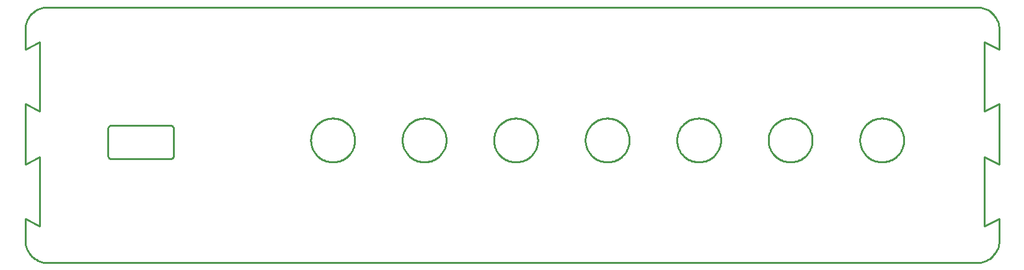
<source format=gbr>
G04 EAGLE Gerber RS-274X export*
G75*
%MOMM*%
%FSLAX34Y34*%
%LPD*%
%IN*%
%IPPOS*%
%AMOC8*
5,1,8,0,0,1.08239X$1,22.5*%
G01*
%ADD10C,0.254000*%


D10*
X0Y30000D02*
X114Y27385D01*
X456Y24791D01*
X1022Y22235D01*
X1809Y19739D01*
X2811Y17321D01*
X4019Y15000D01*
X5425Y12793D01*
X7019Y10716D01*
X8787Y8787D01*
X10716Y7019D01*
X12793Y5425D01*
X15000Y4019D01*
X17321Y2811D01*
X19739Y1809D01*
X22235Y1022D01*
X24791Y456D01*
X27385Y114D01*
X30000Y0D01*
X1300000Y0D01*
X1302615Y114D01*
X1305209Y456D01*
X1307765Y1022D01*
X1310261Y1809D01*
X1312679Y2811D01*
X1315000Y4019D01*
X1317207Y5425D01*
X1319284Y7019D01*
X1321213Y8787D01*
X1322981Y10716D01*
X1324575Y12793D01*
X1325981Y15000D01*
X1327189Y17321D01*
X1328191Y19739D01*
X1328978Y22235D01*
X1329544Y24791D01*
X1329886Y27385D01*
X1330000Y30000D01*
X1330000Y60000D01*
X1310000Y50000D01*
X1310000Y145000D01*
X1330000Y135000D01*
X1330000Y217500D01*
X1310000Y207500D01*
X1310000Y302500D01*
X1330000Y292500D01*
X1330000Y320000D01*
X1329886Y322615D01*
X1329544Y325209D01*
X1328978Y327765D01*
X1328191Y330261D01*
X1327189Y332679D01*
X1325981Y335000D01*
X1324575Y337207D01*
X1322981Y339284D01*
X1321213Y341213D01*
X1319284Y342981D01*
X1317207Y344575D01*
X1315000Y345981D01*
X1312679Y347189D01*
X1310261Y348191D01*
X1307765Y348978D01*
X1305209Y349544D01*
X1302615Y349886D01*
X1300000Y350000D01*
X30000Y350000D01*
X27385Y349886D01*
X24791Y349544D01*
X22235Y348978D01*
X19739Y348191D01*
X17321Y347189D01*
X15000Y345981D01*
X12793Y344575D01*
X10716Y342981D01*
X8787Y341213D01*
X7019Y339284D01*
X5425Y337207D01*
X4019Y335000D01*
X2811Y332679D01*
X1809Y330261D01*
X1022Y327765D01*
X456Y325209D01*
X114Y322615D01*
X0Y320000D01*
X0Y292500D01*
X20000Y302500D01*
X20000Y207500D01*
X0Y217500D01*
X0Y135000D01*
X20000Y145000D01*
X20000Y50000D01*
X0Y60000D01*
X0Y30000D01*
X112700Y147100D02*
X112719Y146664D01*
X112776Y146232D01*
X112870Y145806D01*
X113002Y145390D01*
X113168Y144987D01*
X113370Y144600D01*
X113604Y144232D01*
X113870Y143886D01*
X114164Y143564D01*
X114486Y143270D01*
X114832Y143004D01*
X115200Y142770D01*
X115587Y142568D01*
X115990Y142402D01*
X116406Y142270D01*
X116832Y142176D01*
X117264Y142119D01*
X117700Y142100D01*
X197700Y142100D01*
X198136Y142119D01*
X198568Y142176D01*
X198994Y142270D01*
X199410Y142402D01*
X199813Y142568D01*
X200200Y142770D01*
X200568Y143004D01*
X200914Y143270D01*
X201236Y143564D01*
X201530Y143886D01*
X201796Y144232D01*
X202030Y144600D01*
X202232Y144987D01*
X202398Y145390D01*
X202530Y145806D01*
X202624Y146232D01*
X202681Y146664D01*
X202700Y147100D01*
X202700Y183100D01*
X202681Y183536D01*
X202624Y183968D01*
X202530Y184394D01*
X202398Y184810D01*
X202232Y185213D01*
X202030Y185600D01*
X201796Y185968D01*
X201530Y186314D01*
X201236Y186636D01*
X200914Y186930D01*
X200568Y187196D01*
X200200Y187430D01*
X199813Y187632D01*
X199410Y187798D01*
X198994Y187930D01*
X198568Y188024D01*
X198136Y188081D01*
X197700Y188100D01*
X117700Y188100D01*
X117264Y188081D01*
X116832Y188024D01*
X116406Y187930D01*
X115990Y187798D01*
X115587Y187632D01*
X115200Y187430D01*
X114832Y187196D01*
X114486Y186930D01*
X114164Y186636D01*
X113870Y186314D01*
X113604Y185968D01*
X113370Y185600D01*
X113168Y185213D01*
X113002Y184810D01*
X112870Y184394D01*
X112776Y183968D01*
X112719Y183536D01*
X112700Y183100D01*
X112700Y147100D01*
X449964Y167064D02*
X449892Y165592D01*
X449747Y164127D01*
X449531Y162670D01*
X449244Y161225D01*
X448886Y159796D01*
X448458Y158387D01*
X447962Y157000D01*
X447399Y155639D01*
X446769Y154308D01*
X446074Y153009D01*
X445317Y151745D01*
X444499Y150521D01*
X443622Y149338D01*
X442687Y148199D01*
X441698Y147108D01*
X440656Y146066D01*
X439565Y145077D01*
X438427Y144142D01*
X437243Y143265D01*
X436019Y142447D01*
X434755Y141690D01*
X433456Y140995D01*
X432125Y140365D01*
X430764Y139802D01*
X429377Y139306D01*
X427968Y138878D01*
X426539Y138520D01*
X425094Y138233D01*
X423637Y138017D01*
X422172Y137872D01*
X420700Y137800D01*
X419228Y137800D01*
X417756Y137872D01*
X416291Y138017D01*
X414834Y138233D01*
X413389Y138520D01*
X411960Y138878D01*
X410551Y139306D01*
X409164Y139802D01*
X407803Y140365D01*
X406472Y140995D01*
X405173Y141690D01*
X403909Y142447D01*
X402685Y143265D01*
X401502Y144142D01*
X400363Y145077D01*
X399272Y146066D01*
X398230Y147108D01*
X397241Y148199D01*
X396306Y149338D01*
X395429Y150521D01*
X394611Y151745D01*
X393854Y153009D01*
X393159Y154308D01*
X392529Y155639D01*
X391966Y157000D01*
X391470Y158387D01*
X391042Y159796D01*
X390684Y161225D01*
X390397Y162670D01*
X390181Y164127D01*
X390036Y165592D01*
X389964Y167064D01*
X389964Y168536D01*
X390036Y170008D01*
X390181Y171473D01*
X390397Y172930D01*
X390684Y174375D01*
X391042Y175804D01*
X391470Y177213D01*
X391966Y178600D01*
X392529Y179961D01*
X393159Y181292D01*
X393854Y182591D01*
X394611Y183855D01*
X395429Y185079D01*
X396306Y186263D01*
X397241Y187401D01*
X398230Y188492D01*
X399272Y189534D01*
X400363Y190523D01*
X401502Y191458D01*
X402685Y192335D01*
X403909Y193153D01*
X405173Y193910D01*
X406472Y194605D01*
X407803Y195235D01*
X409164Y195798D01*
X410551Y196294D01*
X411960Y196722D01*
X413389Y197080D01*
X414834Y197367D01*
X416291Y197583D01*
X417756Y197728D01*
X419228Y197800D01*
X420700Y197800D01*
X422172Y197728D01*
X423637Y197583D01*
X425094Y197367D01*
X426539Y197080D01*
X427968Y196722D01*
X429377Y196294D01*
X430764Y195798D01*
X432125Y195235D01*
X433456Y194605D01*
X434755Y193910D01*
X436019Y193153D01*
X437243Y192335D01*
X438427Y191458D01*
X439565Y190523D01*
X440656Y189534D01*
X441698Y188492D01*
X442687Y187401D01*
X443622Y186263D01*
X444499Y185079D01*
X445317Y183855D01*
X446074Y182591D01*
X446769Y181292D01*
X447399Y179961D01*
X447962Y178600D01*
X448458Y177213D01*
X448886Y175804D01*
X449244Y174375D01*
X449531Y172930D01*
X449747Y171473D01*
X449892Y170008D01*
X449964Y168536D01*
X449964Y167064D01*
X574964Y167064D02*
X574892Y165592D01*
X574747Y164127D01*
X574531Y162670D01*
X574244Y161225D01*
X573886Y159796D01*
X573458Y158387D01*
X572962Y157000D01*
X572399Y155639D01*
X571769Y154308D01*
X571074Y153009D01*
X570317Y151745D01*
X569499Y150521D01*
X568622Y149338D01*
X567687Y148199D01*
X566698Y147108D01*
X565656Y146066D01*
X564565Y145077D01*
X563427Y144142D01*
X562243Y143265D01*
X561019Y142447D01*
X559755Y141690D01*
X558456Y140995D01*
X557125Y140365D01*
X555764Y139802D01*
X554377Y139306D01*
X552968Y138878D01*
X551539Y138520D01*
X550094Y138233D01*
X548637Y138017D01*
X547172Y137872D01*
X545700Y137800D01*
X544228Y137800D01*
X542756Y137872D01*
X541291Y138017D01*
X539834Y138233D01*
X538389Y138520D01*
X536960Y138878D01*
X535551Y139306D01*
X534164Y139802D01*
X532803Y140365D01*
X531472Y140995D01*
X530173Y141690D01*
X528909Y142447D01*
X527685Y143265D01*
X526502Y144142D01*
X525363Y145077D01*
X524272Y146066D01*
X523230Y147108D01*
X522241Y148199D01*
X521306Y149338D01*
X520429Y150521D01*
X519611Y151745D01*
X518854Y153009D01*
X518159Y154308D01*
X517529Y155639D01*
X516966Y157000D01*
X516470Y158387D01*
X516042Y159796D01*
X515684Y161225D01*
X515397Y162670D01*
X515181Y164127D01*
X515036Y165592D01*
X514964Y167064D01*
X514964Y168536D01*
X515036Y170008D01*
X515181Y171473D01*
X515397Y172930D01*
X515684Y174375D01*
X516042Y175804D01*
X516470Y177213D01*
X516966Y178600D01*
X517529Y179961D01*
X518159Y181292D01*
X518854Y182591D01*
X519611Y183855D01*
X520429Y185079D01*
X521306Y186263D01*
X522241Y187401D01*
X523230Y188492D01*
X524272Y189534D01*
X525363Y190523D01*
X526502Y191458D01*
X527685Y192335D01*
X528909Y193153D01*
X530173Y193910D01*
X531472Y194605D01*
X532803Y195235D01*
X534164Y195798D01*
X535551Y196294D01*
X536960Y196722D01*
X538389Y197080D01*
X539834Y197367D01*
X541291Y197583D01*
X542756Y197728D01*
X544228Y197800D01*
X545700Y197800D01*
X547172Y197728D01*
X548637Y197583D01*
X550094Y197367D01*
X551539Y197080D01*
X552968Y196722D01*
X554377Y196294D01*
X555764Y195798D01*
X557125Y195235D01*
X558456Y194605D01*
X559755Y193910D01*
X561019Y193153D01*
X562243Y192335D01*
X563427Y191458D01*
X564565Y190523D01*
X565656Y189534D01*
X566698Y188492D01*
X567687Y187401D01*
X568622Y186263D01*
X569499Y185079D01*
X570317Y183855D01*
X571074Y182591D01*
X571769Y181292D01*
X572399Y179961D01*
X572962Y178600D01*
X573458Y177213D01*
X573886Y175804D01*
X574244Y174375D01*
X574531Y172930D01*
X574747Y171473D01*
X574892Y170008D01*
X574964Y168536D01*
X574964Y167064D01*
X699964Y167064D02*
X699892Y165592D01*
X699747Y164127D01*
X699531Y162670D01*
X699244Y161225D01*
X698886Y159796D01*
X698458Y158387D01*
X697962Y157000D01*
X697399Y155639D01*
X696769Y154308D01*
X696074Y153009D01*
X695317Y151745D01*
X694499Y150521D01*
X693622Y149338D01*
X692687Y148199D01*
X691698Y147108D01*
X690656Y146066D01*
X689565Y145077D01*
X688427Y144142D01*
X687243Y143265D01*
X686019Y142447D01*
X684755Y141690D01*
X683456Y140995D01*
X682125Y140365D01*
X680764Y139802D01*
X679377Y139306D01*
X677968Y138878D01*
X676539Y138520D01*
X675094Y138233D01*
X673637Y138017D01*
X672172Y137872D01*
X670700Y137800D01*
X669228Y137800D01*
X667756Y137872D01*
X666291Y138017D01*
X664834Y138233D01*
X663389Y138520D01*
X661960Y138878D01*
X660551Y139306D01*
X659164Y139802D01*
X657803Y140365D01*
X656472Y140995D01*
X655173Y141690D01*
X653909Y142447D01*
X652685Y143265D01*
X651502Y144142D01*
X650363Y145077D01*
X649272Y146066D01*
X648230Y147108D01*
X647241Y148199D01*
X646306Y149338D01*
X645429Y150521D01*
X644611Y151745D01*
X643854Y153009D01*
X643159Y154308D01*
X642529Y155639D01*
X641966Y157000D01*
X641470Y158387D01*
X641042Y159796D01*
X640684Y161225D01*
X640397Y162670D01*
X640181Y164127D01*
X640036Y165592D01*
X639964Y167064D01*
X639964Y168536D01*
X640036Y170008D01*
X640181Y171473D01*
X640397Y172930D01*
X640684Y174375D01*
X641042Y175804D01*
X641470Y177213D01*
X641966Y178600D01*
X642529Y179961D01*
X643159Y181292D01*
X643854Y182591D01*
X644611Y183855D01*
X645429Y185079D01*
X646306Y186263D01*
X647241Y187401D01*
X648230Y188492D01*
X649272Y189534D01*
X650363Y190523D01*
X651502Y191458D01*
X652685Y192335D01*
X653909Y193153D01*
X655173Y193910D01*
X656472Y194605D01*
X657803Y195235D01*
X659164Y195798D01*
X660551Y196294D01*
X661960Y196722D01*
X663389Y197080D01*
X664834Y197367D01*
X666291Y197583D01*
X667756Y197728D01*
X669228Y197800D01*
X670700Y197800D01*
X672172Y197728D01*
X673637Y197583D01*
X675094Y197367D01*
X676539Y197080D01*
X677968Y196722D01*
X679377Y196294D01*
X680764Y195798D01*
X682125Y195235D01*
X683456Y194605D01*
X684755Y193910D01*
X686019Y193153D01*
X687243Y192335D01*
X688427Y191458D01*
X689565Y190523D01*
X690656Y189534D01*
X691698Y188492D01*
X692687Y187401D01*
X693622Y186263D01*
X694499Y185079D01*
X695317Y183855D01*
X696074Y182591D01*
X696769Y181292D01*
X697399Y179961D01*
X697962Y178600D01*
X698458Y177213D01*
X698886Y175804D01*
X699244Y174375D01*
X699531Y172930D01*
X699747Y171473D01*
X699892Y170008D01*
X699964Y168536D01*
X699964Y167064D01*
X824964Y167064D02*
X824892Y165592D01*
X824747Y164127D01*
X824531Y162670D01*
X824244Y161225D01*
X823886Y159796D01*
X823458Y158387D01*
X822962Y157000D01*
X822399Y155639D01*
X821769Y154308D01*
X821074Y153009D01*
X820317Y151745D01*
X819499Y150521D01*
X818622Y149338D01*
X817687Y148199D01*
X816698Y147108D01*
X815656Y146066D01*
X814565Y145077D01*
X813427Y144142D01*
X812243Y143265D01*
X811019Y142447D01*
X809755Y141690D01*
X808456Y140995D01*
X807125Y140365D01*
X805764Y139802D01*
X804377Y139306D01*
X802968Y138878D01*
X801539Y138520D01*
X800094Y138233D01*
X798637Y138017D01*
X797172Y137872D01*
X795700Y137800D01*
X794228Y137800D01*
X792756Y137872D01*
X791291Y138017D01*
X789834Y138233D01*
X788389Y138520D01*
X786960Y138878D01*
X785551Y139306D01*
X784164Y139802D01*
X782803Y140365D01*
X781472Y140995D01*
X780173Y141690D01*
X778909Y142447D01*
X777685Y143265D01*
X776502Y144142D01*
X775363Y145077D01*
X774272Y146066D01*
X773230Y147108D01*
X772241Y148199D01*
X771306Y149338D01*
X770429Y150521D01*
X769611Y151745D01*
X768854Y153009D01*
X768159Y154308D01*
X767529Y155639D01*
X766966Y157000D01*
X766470Y158387D01*
X766042Y159796D01*
X765684Y161225D01*
X765397Y162670D01*
X765181Y164127D01*
X765036Y165592D01*
X764964Y167064D01*
X764964Y168536D01*
X765036Y170008D01*
X765181Y171473D01*
X765397Y172930D01*
X765684Y174375D01*
X766042Y175804D01*
X766470Y177213D01*
X766966Y178600D01*
X767529Y179961D01*
X768159Y181292D01*
X768854Y182591D01*
X769611Y183855D01*
X770429Y185079D01*
X771306Y186263D01*
X772241Y187401D01*
X773230Y188492D01*
X774272Y189534D01*
X775363Y190523D01*
X776502Y191458D01*
X777685Y192335D01*
X778909Y193153D01*
X780173Y193910D01*
X781472Y194605D01*
X782803Y195235D01*
X784164Y195798D01*
X785551Y196294D01*
X786960Y196722D01*
X788389Y197080D01*
X789834Y197367D01*
X791291Y197583D01*
X792756Y197728D01*
X794228Y197800D01*
X795700Y197800D01*
X797172Y197728D01*
X798637Y197583D01*
X800094Y197367D01*
X801539Y197080D01*
X802968Y196722D01*
X804377Y196294D01*
X805764Y195798D01*
X807125Y195235D01*
X808456Y194605D01*
X809755Y193910D01*
X811019Y193153D01*
X812243Y192335D01*
X813427Y191458D01*
X814565Y190523D01*
X815656Y189534D01*
X816698Y188492D01*
X817687Y187401D01*
X818622Y186263D01*
X819499Y185079D01*
X820317Y183855D01*
X821074Y182591D01*
X821769Y181292D01*
X822399Y179961D01*
X822962Y178600D01*
X823458Y177213D01*
X823886Y175804D01*
X824244Y174375D01*
X824531Y172930D01*
X824747Y171473D01*
X824892Y170008D01*
X824964Y168536D01*
X824964Y167064D01*
X949964Y167064D02*
X949892Y165592D01*
X949747Y164127D01*
X949531Y162670D01*
X949244Y161225D01*
X948886Y159796D01*
X948458Y158387D01*
X947962Y157000D01*
X947399Y155639D01*
X946769Y154308D01*
X946074Y153009D01*
X945317Y151745D01*
X944499Y150521D01*
X943622Y149338D01*
X942687Y148199D01*
X941698Y147108D01*
X940656Y146066D01*
X939565Y145077D01*
X938427Y144142D01*
X937243Y143265D01*
X936019Y142447D01*
X934755Y141690D01*
X933456Y140995D01*
X932125Y140365D01*
X930764Y139802D01*
X929377Y139306D01*
X927968Y138878D01*
X926539Y138520D01*
X925094Y138233D01*
X923637Y138017D01*
X922172Y137872D01*
X920700Y137800D01*
X919228Y137800D01*
X917756Y137872D01*
X916291Y138017D01*
X914834Y138233D01*
X913389Y138520D01*
X911960Y138878D01*
X910551Y139306D01*
X909164Y139802D01*
X907803Y140365D01*
X906472Y140995D01*
X905173Y141690D01*
X903909Y142447D01*
X902685Y143265D01*
X901502Y144142D01*
X900363Y145077D01*
X899272Y146066D01*
X898230Y147108D01*
X897241Y148199D01*
X896306Y149338D01*
X895429Y150521D01*
X894611Y151745D01*
X893854Y153009D01*
X893159Y154308D01*
X892529Y155639D01*
X891966Y157000D01*
X891470Y158387D01*
X891042Y159796D01*
X890684Y161225D01*
X890397Y162670D01*
X890181Y164127D01*
X890036Y165592D01*
X889964Y167064D01*
X889964Y168536D01*
X890036Y170008D01*
X890181Y171473D01*
X890397Y172930D01*
X890684Y174375D01*
X891042Y175804D01*
X891470Y177213D01*
X891966Y178600D01*
X892529Y179961D01*
X893159Y181292D01*
X893854Y182591D01*
X894611Y183855D01*
X895429Y185079D01*
X896306Y186263D01*
X897241Y187401D01*
X898230Y188492D01*
X899272Y189534D01*
X900363Y190523D01*
X901502Y191458D01*
X902685Y192335D01*
X903909Y193153D01*
X905173Y193910D01*
X906472Y194605D01*
X907803Y195235D01*
X909164Y195798D01*
X910551Y196294D01*
X911960Y196722D01*
X913389Y197080D01*
X914834Y197367D01*
X916291Y197583D01*
X917756Y197728D01*
X919228Y197800D01*
X920700Y197800D01*
X922172Y197728D01*
X923637Y197583D01*
X925094Y197367D01*
X926539Y197080D01*
X927968Y196722D01*
X929377Y196294D01*
X930764Y195798D01*
X932125Y195235D01*
X933456Y194605D01*
X934755Y193910D01*
X936019Y193153D01*
X937243Y192335D01*
X938427Y191458D01*
X939565Y190523D01*
X940656Y189534D01*
X941698Y188492D01*
X942687Y187401D01*
X943622Y186263D01*
X944499Y185079D01*
X945317Y183855D01*
X946074Y182591D01*
X946769Y181292D01*
X947399Y179961D01*
X947962Y178600D01*
X948458Y177213D01*
X948886Y175804D01*
X949244Y174375D01*
X949531Y172930D01*
X949747Y171473D01*
X949892Y170008D01*
X949964Y168536D01*
X949964Y167064D01*
X1074964Y167064D02*
X1074892Y165592D01*
X1074747Y164127D01*
X1074531Y162670D01*
X1074244Y161225D01*
X1073886Y159796D01*
X1073458Y158387D01*
X1072962Y157000D01*
X1072399Y155639D01*
X1071769Y154308D01*
X1071074Y153009D01*
X1070317Y151745D01*
X1069499Y150521D01*
X1068622Y149338D01*
X1067687Y148199D01*
X1066698Y147108D01*
X1065656Y146066D01*
X1064565Y145077D01*
X1063427Y144142D01*
X1062243Y143265D01*
X1061019Y142447D01*
X1059755Y141690D01*
X1058456Y140995D01*
X1057125Y140365D01*
X1055764Y139802D01*
X1054377Y139306D01*
X1052968Y138878D01*
X1051539Y138520D01*
X1050094Y138233D01*
X1048637Y138017D01*
X1047172Y137872D01*
X1045700Y137800D01*
X1044228Y137800D01*
X1042756Y137872D01*
X1041291Y138017D01*
X1039834Y138233D01*
X1038389Y138520D01*
X1036960Y138878D01*
X1035551Y139306D01*
X1034164Y139802D01*
X1032803Y140365D01*
X1031472Y140995D01*
X1030173Y141690D01*
X1028909Y142447D01*
X1027685Y143265D01*
X1026502Y144142D01*
X1025363Y145077D01*
X1024272Y146066D01*
X1023230Y147108D01*
X1022241Y148199D01*
X1021306Y149338D01*
X1020429Y150521D01*
X1019611Y151745D01*
X1018854Y153009D01*
X1018159Y154308D01*
X1017529Y155639D01*
X1016966Y157000D01*
X1016470Y158387D01*
X1016042Y159796D01*
X1015684Y161225D01*
X1015397Y162670D01*
X1015181Y164127D01*
X1015036Y165592D01*
X1014964Y167064D01*
X1014964Y168536D01*
X1015036Y170008D01*
X1015181Y171473D01*
X1015397Y172930D01*
X1015684Y174375D01*
X1016042Y175804D01*
X1016470Y177213D01*
X1016966Y178600D01*
X1017529Y179961D01*
X1018159Y181292D01*
X1018854Y182591D01*
X1019611Y183855D01*
X1020429Y185079D01*
X1021306Y186263D01*
X1022241Y187401D01*
X1023230Y188492D01*
X1024272Y189534D01*
X1025363Y190523D01*
X1026502Y191458D01*
X1027685Y192335D01*
X1028909Y193153D01*
X1030173Y193910D01*
X1031472Y194605D01*
X1032803Y195235D01*
X1034164Y195798D01*
X1035551Y196294D01*
X1036960Y196722D01*
X1038389Y197080D01*
X1039834Y197367D01*
X1041291Y197583D01*
X1042756Y197728D01*
X1044228Y197800D01*
X1045700Y197800D01*
X1047172Y197728D01*
X1048637Y197583D01*
X1050094Y197367D01*
X1051539Y197080D01*
X1052968Y196722D01*
X1054377Y196294D01*
X1055764Y195798D01*
X1057125Y195235D01*
X1058456Y194605D01*
X1059755Y193910D01*
X1061019Y193153D01*
X1062243Y192335D01*
X1063427Y191458D01*
X1064565Y190523D01*
X1065656Y189534D01*
X1066698Y188492D01*
X1067687Y187401D01*
X1068622Y186263D01*
X1069499Y185079D01*
X1070317Y183855D01*
X1071074Y182591D01*
X1071769Y181292D01*
X1072399Y179961D01*
X1072962Y178600D01*
X1073458Y177213D01*
X1073886Y175804D01*
X1074244Y174375D01*
X1074531Y172930D01*
X1074747Y171473D01*
X1074892Y170008D01*
X1074964Y168536D01*
X1074964Y167064D01*
X1199964Y167064D02*
X1199892Y165592D01*
X1199747Y164127D01*
X1199531Y162670D01*
X1199244Y161225D01*
X1198886Y159796D01*
X1198458Y158387D01*
X1197962Y157000D01*
X1197399Y155639D01*
X1196769Y154308D01*
X1196074Y153009D01*
X1195317Y151745D01*
X1194499Y150521D01*
X1193622Y149338D01*
X1192687Y148199D01*
X1191698Y147108D01*
X1190656Y146066D01*
X1189565Y145077D01*
X1188427Y144142D01*
X1187243Y143265D01*
X1186019Y142447D01*
X1184755Y141690D01*
X1183456Y140995D01*
X1182125Y140365D01*
X1180764Y139802D01*
X1179377Y139306D01*
X1177968Y138878D01*
X1176539Y138520D01*
X1175094Y138233D01*
X1173637Y138017D01*
X1172172Y137872D01*
X1170700Y137800D01*
X1169228Y137800D01*
X1167756Y137872D01*
X1166291Y138017D01*
X1164834Y138233D01*
X1163389Y138520D01*
X1161960Y138878D01*
X1160551Y139306D01*
X1159164Y139802D01*
X1157803Y140365D01*
X1156472Y140995D01*
X1155173Y141690D01*
X1153909Y142447D01*
X1152685Y143265D01*
X1151502Y144142D01*
X1150363Y145077D01*
X1149272Y146066D01*
X1148230Y147108D01*
X1147241Y148199D01*
X1146306Y149338D01*
X1145429Y150521D01*
X1144611Y151745D01*
X1143854Y153009D01*
X1143159Y154308D01*
X1142529Y155639D01*
X1141966Y157000D01*
X1141470Y158387D01*
X1141042Y159796D01*
X1140684Y161225D01*
X1140397Y162670D01*
X1140181Y164127D01*
X1140036Y165592D01*
X1139964Y167064D01*
X1139964Y168536D01*
X1140036Y170008D01*
X1140181Y171473D01*
X1140397Y172930D01*
X1140684Y174375D01*
X1141042Y175804D01*
X1141470Y177213D01*
X1141966Y178600D01*
X1142529Y179961D01*
X1143159Y181292D01*
X1143854Y182591D01*
X1144611Y183855D01*
X1145429Y185079D01*
X1146306Y186263D01*
X1147241Y187401D01*
X1148230Y188492D01*
X1149272Y189534D01*
X1150363Y190523D01*
X1151502Y191458D01*
X1152685Y192335D01*
X1153909Y193153D01*
X1155173Y193910D01*
X1156472Y194605D01*
X1157803Y195235D01*
X1159164Y195798D01*
X1160551Y196294D01*
X1161960Y196722D01*
X1163389Y197080D01*
X1164834Y197367D01*
X1166291Y197583D01*
X1167756Y197728D01*
X1169228Y197800D01*
X1170700Y197800D01*
X1172172Y197728D01*
X1173637Y197583D01*
X1175094Y197367D01*
X1176539Y197080D01*
X1177968Y196722D01*
X1179377Y196294D01*
X1180764Y195798D01*
X1182125Y195235D01*
X1183456Y194605D01*
X1184755Y193910D01*
X1186019Y193153D01*
X1187243Y192335D01*
X1188427Y191458D01*
X1189565Y190523D01*
X1190656Y189534D01*
X1191698Y188492D01*
X1192687Y187401D01*
X1193622Y186263D01*
X1194499Y185079D01*
X1195317Y183855D01*
X1196074Y182591D01*
X1196769Y181292D01*
X1197399Y179961D01*
X1197962Y178600D01*
X1198458Y177213D01*
X1198886Y175804D01*
X1199244Y174375D01*
X1199531Y172930D01*
X1199747Y171473D01*
X1199892Y170008D01*
X1199964Y168536D01*
X1199964Y167064D01*
M02*

</source>
